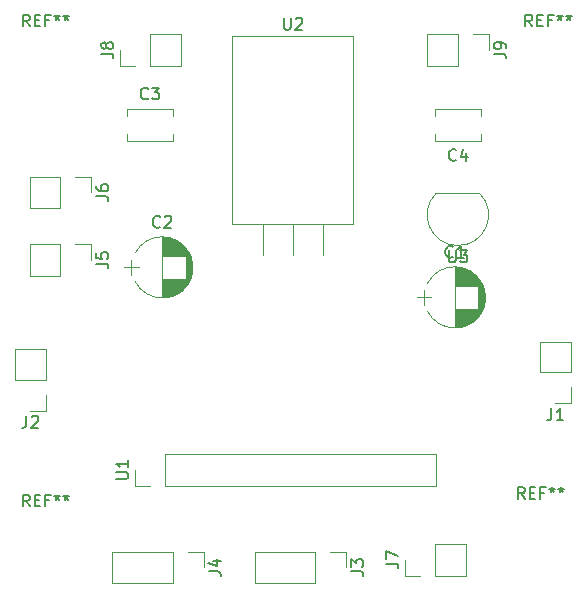
<source format=gbr>
G04 #@! TF.FileFunction,Legend,Top*
%FSLAX46Y46*%
G04 Gerber Fmt 4.6, Leading zero omitted, Abs format (unit mm)*
G04 Created by KiCad (PCBNEW 4.0.7) date 03/21/18 08:00:39*
%MOMM*%
%LPD*%
G01*
G04 APERTURE LIST*
%ADD10C,0.100000*%
%ADD11C,0.120000*%
%ADD12C,0.150000*%
G04 APERTURE END LIST*
D10*
D11*
X109855000Y-68640000D02*
X132775000Y-68640000D01*
X132775000Y-68640000D02*
X132775000Y-65980000D01*
X132775000Y-65980000D02*
X109855000Y-65980000D01*
X109855000Y-65980000D02*
X109855000Y-68640000D01*
X108585000Y-68640000D02*
X107255000Y-68640000D01*
X107255000Y-68640000D02*
X107255000Y-67310000D01*
X136655722Y-51525277D02*
G75*
G03X132044420Y-51525000I-2305722J-1179723D01*
G01*
X136655722Y-53884723D02*
G75*
G02X132044420Y-53885000I-2305722J1179723D01*
G01*
X136655722Y-53884723D02*
G75*
G03X136655580Y-51525000I-2305722J1179723D01*
G01*
X134350000Y-50155000D02*
X134350000Y-55255000D01*
X134390000Y-50155000D02*
X134390000Y-51725000D01*
X134390000Y-53685000D02*
X134390000Y-55255000D01*
X134430000Y-50156000D02*
X134430000Y-51725000D01*
X134430000Y-53685000D02*
X134430000Y-55254000D01*
X134470000Y-50157000D02*
X134470000Y-51725000D01*
X134470000Y-53685000D02*
X134470000Y-55253000D01*
X134510000Y-50159000D02*
X134510000Y-51725000D01*
X134510000Y-53685000D02*
X134510000Y-55251000D01*
X134550000Y-50162000D02*
X134550000Y-51725000D01*
X134550000Y-53685000D02*
X134550000Y-55248000D01*
X134590000Y-50166000D02*
X134590000Y-51725000D01*
X134590000Y-53685000D02*
X134590000Y-55244000D01*
X134630000Y-50170000D02*
X134630000Y-51725000D01*
X134630000Y-53685000D02*
X134630000Y-55240000D01*
X134670000Y-50174000D02*
X134670000Y-51725000D01*
X134670000Y-53685000D02*
X134670000Y-55236000D01*
X134710000Y-50180000D02*
X134710000Y-51725000D01*
X134710000Y-53685000D02*
X134710000Y-55230000D01*
X134750000Y-50186000D02*
X134750000Y-51725000D01*
X134750000Y-53685000D02*
X134750000Y-55224000D01*
X134790000Y-50192000D02*
X134790000Y-51725000D01*
X134790000Y-53685000D02*
X134790000Y-55218000D01*
X134830000Y-50199000D02*
X134830000Y-51725000D01*
X134830000Y-53685000D02*
X134830000Y-55211000D01*
X134870000Y-50207000D02*
X134870000Y-51725000D01*
X134870000Y-53685000D02*
X134870000Y-55203000D01*
X134910000Y-50216000D02*
X134910000Y-51725000D01*
X134910000Y-53685000D02*
X134910000Y-55194000D01*
X134950000Y-50225000D02*
X134950000Y-51725000D01*
X134950000Y-53685000D02*
X134950000Y-55185000D01*
X134990000Y-50235000D02*
X134990000Y-51725000D01*
X134990000Y-53685000D02*
X134990000Y-55175000D01*
X135030000Y-50245000D02*
X135030000Y-51725000D01*
X135030000Y-53685000D02*
X135030000Y-55165000D01*
X135071000Y-50257000D02*
X135071000Y-51725000D01*
X135071000Y-53685000D02*
X135071000Y-55153000D01*
X135111000Y-50269000D02*
X135111000Y-51725000D01*
X135111000Y-53685000D02*
X135111000Y-55141000D01*
X135151000Y-50281000D02*
X135151000Y-51725000D01*
X135151000Y-53685000D02*
X135151000Y-55129000D01*
X135191000Y-50295000D02*
X135191000Y-51725000D01*
X135191000Y-53685000D02*
X135191000Y-55115000D01*
X135231000Y-50309000D02*
X135231000Y-51725000D01*
X135231000Y-53685000D02*
X135231000Y-55101000D01*
X135271000Y-50323000D02*
X135271000Y-51725000D01*
X135271000Y-53685000D02*
X135271000Y-55087000D01*
X135311000Y-50339000D02*
X135311000Y-51725000D01*
X135311000Y-53685000D02*
X135311000Y-55071000D01*
X135351000Y-50355000D02*
X135351000Y-51725000D01*
X135351000Y-53685000D02*
X135351000Y-55055000D01*
X135391000Y-50372000D02*
X135391000Y-51725000D01*
X135391000Y-53685000D02*
X135391000Y-55038000D01*
X135431000Y-50390000D02*
X135431000Y-51725000D01*
X135431000Y-53685000D02*
X135431000Y-55020000D01*
X135471000Y-50409000D02*
X135471000Y-51725000D01*
X135471000Y-53685000D02*
X135471000Y-55001000D01*
X135511000Y-50429000D02*
X135511000Y-51725000D01*
X135511000Y-53685000D02*
X135511000Y-54981000D01*
X135551000Y-50449000D02*
X135551000Y-51725000D01*
X135551000Y-53685000D02*
X135551000Y-54961000D01*
X135591000Y-50471000D02*
X135591000Y-51725000D01*
X135591000Y-53685000D02*
X135591000Y-54939000D01*
X135631000Y-50493000D02*
X135631000Y-51725000D01*
X135631000Y-53685000D02*
X135631000Y-54917000D01*
X135671000Y-50516000D02*
X135671000Y-51725000D01*
X135671000Y-53685000D02*
X135671000Y-54894000D01*
X135711000Y-50540000D02*
X135711000Y-51725000D01*
X135711000Y-53685000D02*
X135711000Y-54870000D01*
X135751000Y-50565000D02*
X135751000Y-51725000D01*
X135751000Y-53685000D02*
X135751000Y-54845000D01*
X135791000Y-50592000D02*
X135791000Y-51725000D01*
X135791000Y-53685000D02*
X135791000Y-54818000D01*
X135831000Y-50619000D02*
X135831000Y-51725000D01*
X135831000Y-53685000D02*
X135831000Y-54791000D01*
X135871000Y-50647000D02*
X135871000Y-51725000D01*
X135871000Y-53685000D02*
X135871000Y-54763000D01*
X135911000Y-50677000D02*
X135911000Y-51725000D01*
X135911000Y-53685000D02*
X135911000Y-54733000D01*
X135951000Y-50708000D02*
X135951000Y-51725000D01*
X135951000Y-53685000D02*
X135951000Y-54702000D01*
X135991000Y-50740000D02*
X135991000Y-51725000D01*
X135991000Y-53685000D02*
X135991000Y-54670000D01*
X136031000Y-50773000D02*
X136031000Y-51725000D01*
X136031000Y-53685000D02*
X136031000Y-54637000D01*
X136071000Y-50808000D02*
X136071000Y-51725000D01*
X136071000Y-53685000D02*
X136071000Y-54602000D01*
X136111000Y-50844000D02*
X136111000Y-51725000D01*
X136111000Y-53685000D02*
X136111000Y-54566000D01*
X136151000Y-50882000D02*
X136151000Y-51725000D01*
X136151000Y-53685000D02*
X136151000Y-54528000D01*
X136191000Y-50922000D02*
X136191000Y-51725000D01*
X136191000Y-53685000D02*
X136191000Y-54488000D01*
X136231000Y-50963000D02*
X136231000Y-51725000D01*
X136231000Y-53685000D02*
X136231000Y-54447000D01*
X136271000Y-51006000D02*
X136271000Y-51725000D01*
X136271000Y-53685000D02*
X136271000Y-54404000D01*
X136311000Y-51051000D02*
X136311000Y-51725000D01*
X136311000Y-53685000D02*
X136311000Y-54359000D01*
X136351000Y-51099000D02*
X136351000Y-54311000D01*
X136391000Y-51149000D02*
X136391000Y-54261000D01*
X136431000Y-51201000D02*
X136431000Y-54209000D01*
X136471000Y-51257000D02*
X136471000Y-54153000D01*
X136511000Y-51315000D02*
X136511000Y-54095000D01*
X136551000Y-51378000D02*
X136551000Y-54032000D01*
X136591000Y-51444000D02*
X136591000Y-53966000D01*
X136631000Y-51516000D02*
X136631000Y-53894000D01*
X136671000Y-51593000D02*
X136671000Y-53817000D01*
X136711000Y-51677000D02*
X136711000Y-53733000D01*
X136751000Y-51771000D02*
X136751000Y-53639000D01*
X136791000Y-51876000D02*
X136791000Y-53534000D01*
X136831000Y-51998000D02*
X136831000Y-53412000D01*
X136871000Y-52146000D02*
X136871000Y-53264000D01*
X136911000Y-52351000D02*
X136911000Y-53059000D01*
X131150000Y-52705000D02*
X132350000Y-52705000D01*
X131750000Y-52055000D02*
X131750000Y-53355000D01*
X111890722Y-48985277D02*
G75*
G03X107279420Y-48985000I-2305722J-1179723D01*
G01*
X111890722Y-51344723D02*
G75*
G02X107279420Y-51345000I-2305722J1179723D01*
G01*
X111890722Y-51344723D02*
G75*
G03X111890580Y-48985000I-2305722J1179723D01*
G01*
X109585000Y-47615000D02*
X109585000Y-52715000D01*
X109625000Y-47615000D02*
X109625000Y-49185000D01*
X109625000Y-51145000D02*
X109625000Y-52715000D01*
X109665000Y-47616000D02*
X109665000Y-49185000D01*
X109665000Y-51145000D02*
X109665000Y-52714000D01*
X109705000Y-47617000D02*
X109705000Y-49185000D01*
X109705000Y-51145000D02*
X109705000Y-52713000D01*
X109745000Y-47619000D02*
X109745000Y-49185000D01*
X109745000Y-51145000D02*
X109745000Y-52711000D01*
X109785000Y-47622000D02*
X109785000Y-49185000D01*
X109785000Y-51145000D02*
X109785000Y-52708000D01*
X109825000Y-47626000D02*
X109825000Y-49185000D01*
X109825000Y-51145000D02*
X109825000Y-52704000D01*
X109865000Y-47630000D02*
X109865000Y-49185000D01*
X109865000Y-51145000D02*
X109865000Y-52700000D01*
X109905000Y-47634000D02*
X109905000Y-49185000D01*
X109905000Y-51145000D02*
X109905000Y-52696000D01*
X109945000Y-47640000D02*
X109945000Y-49185000D01*
X109945000Y-51145000D02*
X109945000Y-52690000D01*
X109985000Y-47646000D02*
X109985000Y-49185000D01*
X109985000Y-51145000D02*
X109985000Y-52684000D01*
X110025000Y-47652000D02*
X110025000Y-49185000D01*
X110025000Y-51145000D02*
X110025000Y-52678000D01*
X110065000Y-47659000D02*
X110065000Y-49185000D01*
X110065000Y-51145000D02*
X110065000Y-52671000D01*
X110105000Y-47667000D02*
X110105000Y-49185000D01*
X110105000Y-51145000D02*
X110105000Y-52663000D01*
X110145000Y-47676000D02*
X110145000Y-49185000D01*
X110145000Y-51145000D02*
X110145000Y-52654000D01*
X110185000Y-47685000D02*
X110185000Y-49185000D01*
X110185000Y-51145000D02*
X110185000Y-52645000D01*
X110225000Y-47695000D02*
X110225000Y-49185000D01*
X110225000Y-51145000D02*
X110225000Y-52635000D01*
X110265000Y-47705000D02*
X110265000Y-49185000D01*
X110265000Y-51145000D02*
X110265000Y-52625000D01*
X110306000Y-47717000D02*
X110306000Y-49185000D01*
X110306000Y-51145000D02*
X110306000Y-52613000D01*
X110346000Y-47729000D02*
X110346000Y-49185000D01*
X110346000Y-51145000D02*
X110346000Y-52601000D01*
X110386000Y-47741000D02*
X110386000Y-49185000D01*
X110386000Y-51145000D02*
X110386000Y-52589000D01*
X110426000Y-47755000D02*
X110426000Y-49185000D01*
X110426000Y-51145000D02*
X110426000Y-52575000D01*
X110466000Y-47769000D02*
X110466000Y-49185000D01*
X110466000Y-51145000D02*
X110466000Y-52561000D01*
X110506000Y-47783000D02*
X110506000Y-49185000D01*
X110506000Y-51145000D02*
X110506000Y-52547000D01*
X110546000Y-47799000D02*
X110546000Y-49185000D01*
X110546000Y-51145000D02*
X110546000Y-52531000D01*
X110586000Y-47815000D02*
X110586000Y-49185000D01*
X110586000Y-51145000D02*
X110586000Y-52515000D01*
X110626000Y-47832000D02*
X110626000Y-49185000D01*
X110626000Y-51145000D02*
X110626000Y-52498000D01*
X110666000Y-47850000D02*
X110666000Y-49185000D01*
X110666000Y-51145000D02*
X110666000Y-52480000D01*
X110706000Y-47869000D02*
X110706000Y-49185000D01*
X110706000Y-51145000D02*
X110706000Y-52461000D01*
X110746000Y-47889000D02*
X110746000Y-49185000D01*
X110746000Y-51145000D02*
X110746000Y-52441000D01*
X110786000Y-47909000D02*
X110786000Y-49185000D01*
X110786000Y-51145000D02*
X110786000Y-52421000D01*
X110826000Y-47931000D02*
X110826000Y-49185000D01*
X110826000Y-51145000D02*
X110826000Y-52399000D01*
X110866000Y-47953000D02*
X110866000Y-49185000D01*
X110866000Y-51145000D02*
X110866000Y-52377000D01*
X110906000Y-47976000D02*
X110906000Y-49185000D01*
X110906000Y-51145000D02*
X110906000Y-52354000D01*
X110946000Y-48000000D02*
X110946000Y-49185000D01*
X110946000Y-51145000D02*
X110946000Y-52330000D01*
X110986000Y-48025000D02*
X110986000Y-49185000D01*
X110986000Y-51145000D02*
X110986000Y-52305000D01*
X111026000Y-48052000D02*
X111026000Y-49185000D01*
X111026000Y-51145000D02*
X111026000Y-52278000D01*
X111066000Y-48079000D02*
X111066000Y-49185000D01*
X111066000Y-51145000D02*
X111066000Y-52251000D01*
X111106000Y-48107000D02*
X111106000Y-49185000D01*
X111106000Y-51145000D02*
X111106000Y-52223000D01*
X111146000Y-48137000D02*
X111146000Y-49185000D01*
X111146000Y-51145000D02*
X111146000Y-52193000D01*
X111186000Y-48168000D02*
X111186000Y-49185000D01*
X111186000Y-51145000D02*
X111186000Y-52162000D01*
X111226000Y-48200000D02*
X111226000Y-49185000D01*
X111226000Y-51145000D02*
X111226000Y-52130000D01*
X111266000Y-48233000D02*
X111266000Y-49185000D01*
X111266000Y-51145000D02*
X111266000Y-52097000D01*
X111306000Y-48268000D02*
X111306000Y-49185000D01*
X111306000Y-51145000D02*
X111306000Y-52062000D01*
X111346000Y-48304000D02*
X111346000Y-49185000D01*
X111346000Y-51145000D02*
X111346000Y-52026000D01*
X111386000Y-48342000D02*
X111386000Y-49185000D01*
X111386000Y-51145000D02*
X111386000Y-51988000D01*
X111426000Y-48382000D02*
X111426000Y-49185000D01*
X111426000Y-51145000D02*
X111426000Y-51948000D01*
X111466000Y-48423000D02*
X111466000Y-49185000D01*
X111466000Y-51145000D02*
X111466000Y-51907000D01*
X111506000Y-48466000D02*
X111506000Y-49185000D01*
X111506000Y-51145000D02*
X111506000Y-51864000D01*
X111546000Y-48511000D02*
X111546000Y-49185000D01*
X111546000Y-51145000D02*
X111546000Y-51819000D01*
X111586000Y-48559000D02*
X111586000Y-51771000D01*
X111626000Y-48609000D02*
X111626000Y-51721000D01*
X111666000Y-48661000D02*
X111666000Y-51669000D01*
X111706000Y-48717000D02*
X111706000Y-51613000D01*
X111746000Y-48775000D02*
X111746000Y-51555000D01*
X111786000Y-48838000D02*
X111786000Y-51492000D01*
X111826000Y-48904000D02*
X111826000Y-51426000D01*
X111866000Y-48976000D02*
X111866000Y-51354000D01*
X111906000Y-49053000D02*
X111906000Y-51277000D01*
X111946000Y-49137000D02*
X111946000Y-51193000D01*
X111986000Y-49231000D02*
X111986000Y-51099000D01*
X112026000Y-49336000D02*
X112026000Y-50994000D01*
X112066000Y-49458000D02*
X112066000Y-50872000D01*
X112106000Y-49606000D02*
X112106000Y-50724000D01*
X112146000Y-49811000D02*
X112146000Y-50519000D01*
X106385000Y-50165000D02*
X107585000Y-50165000D01*
X106985000Y-49515000D02*
X106985000Y-50815000D01*
X106605000Y-36740000D02*
X110525000Y-36740000D01*
X106605000Y-39460000D02*
X110525000Y-39460000D01*
X106605000Y-36740000D02*
X106605000Y-37350000D01*
X106605000Y-38850000D02*
X106605000Y-39460000D01*
X110525000Y-36740000D02*
X110525000Y-37350000D01*
X110525000Y-38850000D02*
X110525000Y-39460000D01*
X136600000Y-39460000D02*
X132680000Y-39460000D01*
X136600000Y-36740000D02*
X132680000Y-36740000D01*
X136600000Y-39460000D02*
X136600000Y-38850000D01*
X136600000Y-37350000D02*
X136600000Y-36740000D01*
X132680000Y-39460000D02*
X132680000Y-38850000D01*
X132680000Y-37350000D02*
X132680000Y-36740000D01*
X144205000Y-56455000D02*
X141545000Y-56455000D01*
X144205000Y-59055000D02*
X144205000Y-56455000D01*
X141545000Y-59055000D02*
X141545000Y-56455000D01*
X144205000Y-59055000D02*
X141545000Y-59055000D01*
X144205000Y-60325000D02*
X144205000Y-61655000D01*
X144205000Y-61655000D02*
X142875000Y-61655000D01*
X99755000Y-57090000D02*
X97095000Y-57090000D01*
X99755000Y-59690000D02*
X99755000Y-57090000D01*
X97095000Y-59690000D02*
X97095000Y-57090000D01*
X99755000Y-59690000D02*
X97095000Y-59690000D01*
X99755000Y-60960000D02*
X99755000Y-62290000D01*
X99755000Y-62290000D02*
X98425000Y-62290000D01*
X117415000Y-74235000D02*
X117415000Y-76895000D01*
X122555000Y-74235000D02*
X117415000Y-74235000D01*
X122555000Y-76895000D02*
X117415000Y-76895000D01*
X122555000Y-74235000D02*
X122555000Y-76895000D01*
X123825000Y-74235000D02*
X125155000Y-74235000D01*
X125155000Y-74235000D02*
X125155000Y-75565000D01*
X105350000Y-74235000D02*
X105350000Y-76895000D01*
X110490000Y-74235000D02*
X105350000Y-74235000D01*
X110490000Y-76895000D02*
X105350000Y-76895000D01*
X110490000Y-74235000D02*
X110490000Y-76895000D01*
X111760000Y-74235000D02*
X113090000Y-74235000D01*
X113090000Y-74235000D02*
X113090000Y-75565000D01*
X98365000Y-48200000D02*
X98365000Y-50860000D01*
X100965000Y-48200000D02*
X98365000Y-48200000D01*
X100965000Y-50860000D02*
X98365000Y-50860000D01*
X100965000Y-48200000D02*
X100965000Y-50860000D01*
X102235000Y-48200000D02*
X103565000Y-48200000D01*
X103565000Y-48200000D02*
X103565000Y-49530000D01*
X98365000Y-42485000D02*
X98365000Y-45145000D01*
X100965000Y-42485000D02*
X98365000Y-42485000D01*
X100965000Y-45145000D02*
X98365000Y-45145000D01*
X100965000Y-42485000D02*
X100965000Y-45145000D01*
X102235000Y-42485000D02*
X103565000Y-42485000D01*
X103565000Y-42485000D02*
X103565000Y-43815000D01*
X135315000Y-76260000D02*
X135315000Y-73600000D01*
X132715000Y-76260000D02*
X135315000Y-76260000D01*
X132715000Y-73600000D02*
X135315000Y-73600000D01*
X132715000Y-76260000D02*
X132715000Y-73600000D01*
X131445000Y-76260000D02*
X130115000Y-76260000D01*
X130115000Y-76260000D02*
X130115000Y-74930000D01*
X111185000Y-33080000D02*
X111185000Y-30420000D01*
X108585000Y-33080000D02*
X111185000Y-33080000D01*
X108585000Y-30420000D02*
X111185000Y-30420000D01*
X108585000Y-33080000D02*
X108585000Y-30420000D01*
X107315000Y-33080000D02*
X105985000Y-33080000D01*
X105985000Y-33080000D02*
X105985000Y-31750000D01*
X132020000Y-30420000D02*
X132020000Y-33080000D01*
X134620000Y-30420000D02*
X132020000Y-30420000D01*
X134620000Y-33080000D02*
X132020000Y-33080000D01*
X134620000Y-30420000D02*
X134620000Y-33080000D01*
X135890000Y-30420000D02*
X137220000Y-30420000D01*
X137220000Y-30420000D02*
X137220000Y-31750000D01*
X115530000Y-46475000D02*
X125770000Y-46475000D01*
X115530000Y-30585000D02*
X125770000Y-30585000D01*
X115530000Y-30585000D02*
X115530000Y-46475000D01*
X125770000Y-30585000D02*
X125770000Y-46475000D01*
X118110000Y-46475000D02*
X118110000Y-49115000D01*
X120650000Y-46475000D02*
X120650000Y-49099000D01*
X123190000Y-46475000D02*
X123190000Y-49099000D01*
X136420000Y-43870000D02*
X132820000Y-43870000D01*
X136458478Y-43881522D02*
G75*
G02X134620000Y-48320000I-1838478J-1838478D01*
G01*
X132781522Y-43881522D02*
G75*
G03X134620000Y-48320000I1838478J-1838478D01*
G01*
D12*
X105707381Y-68071905D02*
X106516905Y-68071905D01*
X106612143Y-68024286D01*
X106659762Y-67976667D01*
X106707381Y-67881429D01*
X106707381Y-67690952D01*
X106659762Y-67595714D01*
X106612143Y-67548095D01*
X106516905Y-67500476D01*
X105707381Y-67500476D01*
X106707381Y-66500476D02*
X106707381Y-67071905D01*
X106707381Y-66786191D02*
X105707381Y-66786191D01*
X105850238Y-66881429D01*
X105945476Y-66976667D01*
X105993095Y-67071905D01*
X134183334Y-49252143D02*
X134135715Y-49299762D01*
X133992858Y-49347381D01*
X133897620Y-49347381D01*
X133754762Y-49299762D01*
X133659524Y-49204524D01*
X133611905Y-49109286D01*
X133564286Y-48918810D01*
X133564286Y-48775952D01*
X133611905Y-48585476D01*
X133659524Y-48490238D01*
X133754762Y-48395000D01*
X133897620Y-48347381D01*
X133992858Y-48347381D01*
X134135715Y-48395000D01*
X134183334Y-48442619D01*
X135135715Y-49347381D02*
X134564286Y-49347381D01*
X134850000Y-49347381D02*
X134850000Y-48347381D01*
X134754762Y-48490238D01*
X134659524Y-48585476D01*
X134564286Y-48633095D01*
X109418334Y-46712143D02*
X109370715Y-46759762D01*
X109227858Y-46807381D01*
X109132620Y-46807381D01*
X108989762Y-46759762D01*
X108894524Y-46664524D01*
X108846905Y-46569286D01*
X108799286Y-46378810D01*
X108799286Y-46235952D01*
X108846905Y-46045476D01*
X108894524Y-45950238D01*
X108989762Y-45855000D01*
X109132620Y-45807381D01*
X109227858Y-45807381D01*
X109370715Y-45855000D01*
X109418334Y-45902619D01*
X109799286Y-45902619D02*
X109846905Y-45855000D01*
X109942143Y-45807381D01*
X110180239Y-45807381D01*
X110275477Y-45855000D01*
X110323096Y-45902619D01*
X110370715Y-45997857D01*
X110370715Y-46093095D01*
X110323096Y-46235952D01*
X109751667Y-46807381D01*
X110370715Y-46807381D01*
X108398334Y-35847143D02*
X108350715Y-35894762D01*
X108207858Y-35942381D01*
X108112620Y-35942381D01*
X107969762Y-35894762D01*
X107874524Y-35799524D01*
X107826905Y-35704286D01*
X107779286Y-35513810D01*
X107779286Y-35370952D01*
X107826905Y-35180476D01*
X107874524Y-35085238D01*
X107969762Y-34990000D01*
X108112620Y-34942381D01*
X108207858Y-34942381D01*
X108350715Y-34990000D01*
X108398334Y-35037619D01*
X108731667Y-34942381D02*
X109350715Y-34942381D01*
X109017381Y-35323333D01*
X109160239Y-35323333D01*
X109255477Y-35370952D01*
X109303096Y-35418571D01*
X109350715Y-35513810D01*
X109350715Y-35751905D01*
X109303096Y-35847143D01*
X109255477Y-35894762D01*
X109160239Y-35942381D01*
X108874524Y-35942381D01*
X108779286Y-35894762D01*
X108731667Y-35847143D01*
X134473334Y-41067143D02*
X134425715Y-41114762D01*
X134282858Y-41162381D01*
X134187620Y-41162381D01*
X134044762Y-41114762D01*
X133949524Y-41019524D01*
X133901905Y-40924286D01*
X133854286Y-40733810D01*
X133854286Y-40590952D01*
X133901905Y-40400476D01*
X133949524Y-40305238D01*
X134044762Y-40210000D01*
X134187620Y-40162381D01*
X134282858Y-40162381D01*
X134425715Y-40210000D01*
X134473334Y-40257619D01*
X135330477Y-40495714D02*
X135330477Y-41162381D01*
X135092381Y-40114762D02*
X134854286Y-40829048D01*
X135473334Y-40829048D01*
X142541667Y-62107381D02*
X142541667Y-62821667D01*
X142494047Y-62964524D01*
X142398809Y-63059762D01*
X142255952Y-63107381D01*
X142160714Y-63107381D01*
X143541667Y-63107381D02*
X142970238Y-63107381D01*
X143255952Y-63107381D02*
X143255952Y-62107381D01*
X143160714Y-62250238D01*
X143065476Y-62345476D01*
X142970238Y-62393095D01*
X98091667Y-62742381D02*
X98091667Y-63456667D01*
X98044047Y-63599524D01*
X97948809Y-63694762D01*
X97805952Y-63742381D01*
X97710714Y-63742381D01*
X98520238Y-62837619D02*
X98567857Y-62790000D01*
X98663095Y-62742381D01*
X98901191Y-62742381D01*
X98996429Y-62790000D01*
X99044048Y-62837619D01*
X99091667Y-62932857D01*
X99091667Y-63028095D01*
X99044048Y-63170952D01*
X98472619Y-63742381D01*
X99091667Y-63742381D01*
X125607381Y-75898333D02*
X126321667Y-75898333D01*
X126464524Y-75945953D01*
X126559762Y-76041191D01*
X126607381Y-76184048D01*
X126607381Y-76279286D01*
X125607381Y-75517381D02*
X125607381Y-74898333D01*
X125988333Y-75231667D01*
X125988333Y-75088809D01*
X126035952Y-74993571D01*
X126083571Y-74945952D01*
X126178810Y-74898333D01*
X126416905Y-74898333D01*
X126512143Y-74945952D01*
X126559762Y-74993571D01*
X126607381Y-75088809D01*
X126607381Y-75374524D01*
X126559762Y-75469762D01*
X126512143Y-75517381D01*
X113542381Y-75898333D02*
X114256667Y-75898333D01*
X114399524Y-75945953D01*
X114494762Y-76041191D01*
X114542381Y-76184048D01*
X114542381Y-76279286D01*
X113875714Y-74993571D02*
X114542381Y-74993571D01*
X113494762Y-75231667D02*
X114209048Y-75469762D01*
X114209048Y-74850714D01*
X104017381Y-49863333D02*
X104731667Y-49863333D01*
X104874524Y-49910953D01*
X104969762Y-50006191D01*
X105017381Y-50149048D01*
X105017381Y-50244286D01*
X104017381Y-48910952D02*
X104017381Y-49387143D01*
X104493571Y-49434762D01*
X104445952Y-49387143D01*
X104398333Y-49291905D01*
X104398333Y-49053809D01*
X104445952Y-48958571D01*
X104493571Y-48910952D01*
X104588810Y-48863333D01*
X104826905Y-48863333D01*
X104922143Y-48910952D01*
X104969762Y-48958571D01*
X105017381Y-49053809D01*
X105017381Y-49291905D01*
X104969762Y-49387143D01*
X104922143Y-49434762D01*
X104017381Y-44148333D02*
X104731667Y-44148333D01*
X104874524Y-44195953D01*
X104969762Y-44291191D01*
X105017381Y-44434048D01*
X105017381Y-44529286D01*
X104017381Y-43243571D02*
X104017381Y-43434048D01*
X104065000Y-43529286D01*
X104112619Y-43576905D01*
X104255476Y-43672143D01*
X104445952Y-43719762D01*
X104826905Y-43719762D01*
X104922143Y-43672143D01*
X104969762Y-43624524D01*
X105017381Y-43529286D01*
X105017381Y-43338809D01*
X104969762Y-43243571D01*
X104922143Y-43195952D01*
X104826905Y-43148333D01*
X104588810Y-43148333D01*
X104493571Y-43195952D01*
X104445952Y-43243571D01*
X104398333Y-43338809D01*
X104398333Y-43529286D01*
X104445952Y-43624524D01*
X104493571Y-43672143D01*
X104588810Y-43719762D01*
X128567381Y-75263333D02*
X129281667Y-75263333D01*
X129424524Y-75310953D01*
X129519762Y-75406191D01*
X129567381Y-75549048D01*
X129567381Y-75644286D01*
X128567381Y-74882381D02*
X128567381Y-74215714D01*
X129567381Y-74644286D01*
X104437381Y-32083333D02*
X105151667Y-32083333D01*
X105294524Y-32130953D01*
X105389762Y-32226191D01*
X105437381Y-32369048D01*
X105437381Y-32464286D01*
X104865952Y-31464286D02*
X104818333Y-31559524D01*
X104770714Y-31607143D01*
X104675476Y-31654762D01*
X104627857Y-31654762D01*
X104532619Y-31607143D01*
X104485000Y-31559524D01*
X104437381Y-31464286D01*
X104437381Y-31273809D01*
X104485000Y-31178571D01*
X104532619Y-31130952D01*
X104627857Y-31083333D01*
X104675476Y-31083333D01*
X104770714Y-31130952D01*
X104818333Y-31178571D01*
X104865952Y-31273809D01*
X104865952Y-31464286D01*
X104913571Y-31559524D01*
X104961190Y-31607143D01*
X105056429Y-31654762D01*
X105246905Y-31654762D01*
X105342143Y-31607143D01*
X105389762Y-31559524D01*
X105437381Y-31464286D01*
X105437381Y-31273809D01*
X105389762Y-31178571D01*
X105342143Y-31130952D01*
X105246905Y-31083333D01*
X105056429Y-31083333D01*
X104961190Y-31130952D01*
X104913571Y-31178571D01*
X104865952Y-31273809D01*
X137672381Y-32083333D02*
X138386667Y-32083333D01*
X138529524Y-32130953D01*
X138624762Y-32226191D01*
X138672381Y-32369048D01*
X138672381Y-32464286D01*
X138672381Y-31559524D02*
X138672381Y-31369048D01*
X138624762Y-31273809D01*
X138577143Y-31226190D01*
X138434286Y-31130952D01*
X138243810Y-31083333D01*
X137862857Y-31083333D01*
X137767619Y-31130952D01*
X137720000Y-31178571D01*
X137672381Y-31273809D01*
X137672381Y-31464286D01*
X137720000Y-31559524D01*
X137767619Y-31607143D01*
X137862857Y-31654762D01*
X138100952Y-31654762D01*
X138196190Y-31607143D01*
X138243810Y-31559524D01*
X138291429Y-31464286D01*
X138291429Y-31273809D01*
X138243810Y-31178571D01*
X138196190Y-31130952D01*
X138100952Y-31083333D01*
X119888095Y-29037381D02*
X119888095Y-29846905D01*
X119935714Y-29942143D01*
X119983333Y-29989762D01*
X120078571Y-30037381D01*
X120269048Y-30037381D01*
X120364286Y-29989762D01*
X120411905Y-29942143D01*
X120459524Y-29846905D01*
X120459524Y-29037381D01*
X120888095Y-29132619D02*
X120935714Y-29085000D01*
X121030952Y-29037381D01*
X121269048Y-29037381D01*
X121364286Y-29085000D01*
X121411905Y-29132619D01*
X121459524Y-29227857D01*
X121459524Y-29323095D01*
X121411905Y-29465952D01*
X120840476Y-30037381D01*
X121459524Y-30037381D01*
X133858095Y-48732381D02*
X133858095Y-49541905D01*
X133905714Y-49637143D01*
X133953333Y-49684762D01*
X134048571Y-49732381D01*
X134239048Y-49732381D01*
X134334286Y-49684762D01*
X134381905Y-49637143D01*
X134429524Y-49541905D01*
X134429524Y-48732381D01*
X134810476Y-48732381D02*
X135429524Y-48732381D01*
X135096190Y-49113333D01*
X135239048Y-49113333D01*
X135334286Y-49160952D01*
X135381905Y-49208571D01*
X135429524Y-49303810D01*
X135429524Y-49541905D01*
X135381905Y-49637143D01*
X135334286Y-49684762D01*
X135239048Y-49732381D01*
X134953333Y-49732381D01*
X134858095Y-49684762D01*
X134810476Y-49637143D01*
X140906667Y-29772381D02*
X140573333Y-29296190D01*
X140335238Y-29772381D02*
X140335238Y-28772381D01*
X140716191Y-28772381D01*
X140811429Y-28820000D01*
X140859048Y-28867619D01*
X140906667Y-28962857D01*
X140906667Y-29105714D01*
X140859048Y-29200952D01*
X140811429Y-29248571D01*
X140716191Y-29296190D01*
X140335238Y-29296190D01*
X141335238Y-29248571D02*
X141668572Y-29248571D01*
X141811429Y-29772381D02*
X141335238Y-29772381D01*
X141335238Y-28772381D01*
X141811429Y-28772381D01*
X142573334Y-29248571D02*
X142240000Y-29248571D01*
X142240000Y-29772381D02*
X142240000Y-28772381D01*
X142716191Y-28772381D01*
X143240000Y-28772381D02*
X143240000Y-29010476D01*
X143001905Y-28915238D02*
X143240000Y-29010476D01*
X143478096Y-28915238D01*
X143097143Y-29200952D02*
X143240000Y-29010476D01*
X143382858Y-29200952D01*
X144001905Y-28772381D02*
X144001905Y-29010476D01*
X143763810Y-28915238D02*
X144001905Y-29010476D01*
X144240001Y-28915238D01*
X143859048Y-29200952D02*
X144001905Y-29010476D01*
X144144763Y-29200952D01*
X98361667Y-29772381D02*
X98028333Y-29296190D01*
X97790238Y-29772381D02*
X97790238Y-28772381D01*
X98171191Y-28772381D01*
X98266429Y-28820000D01*
X98314048Y-28867619D01*
X98361667Y-28962857D01*
X98361667Y-29105714D01*
X98314048Y-29200952D01*
X98266429Y-29248571D01*
X98171191Y-29296190D01*
X97790238Y-29296190D01*
X98790238Y-29248571D02*
X99123572Y-29248571D01*
X99266429Y-29772381D02*
X98790238Y-29772381D01*
X98790238Y-28772381D01*
X99266429Y-28772381D01*
X100028334Y-29248571D02*
X99695000Y-29248571D01*
X99695000Y-29772381D02*
X99695000Y-28772381D01*
X100171191Y-28772381D01*
X100695000Y-28772381D02*
X100695000Y-29010476D01*
X100456905Y-28915238D02*
X100695000Y-29010476D01*
X100933096Y-28915238D01*
X100552143Y-29200952D02*
X100695000Y-29010476D01*
X100837858Y-29200952D01*
X101456905Y-28772381D02*
X101456905Y-29010476D01*
X101218810Y-28915238D02*
X101456905Y-29010476D01*
X101695001Y-28915238D01*
X101314048Y-29200952D02*
X101456905Y-29010476D01*
X101599763Y-29200952D01*
X98361667Y-70412381D02*
X98028333Y-69936190D01*
X97790238Y-70412381D02*
X97790238Y-69412381D01*
X98171191Y-69412381D01*
X98266429Y-69460000D01*
X98314048Y-69507619D01*
X98361667Y-69602857D01*
X98361667Y-69745714D01*
X98314048Y-69840952D01*
X98266429Y-69888571D01*
X98171191Y-69936190D01*
X97790238Y-69936190D01*
X98790238Y-69888571D02*
X99123572Y-69888571D01*
X99266429Y-70412381D02*
X98790238Y-70412381D01*
X98790238Y-69412381D01*
X99266429Y-69412381D01*
X100028334Y-69888571D02*
X99695000Y-69888571D01*
X99695000Y-70412381D02*
X99695000Y-69412381D01*
X100171191Y-69412381D01*
X100695000Y-69412381D02*
X100695000Y-69650476D01*
X100456905Y-69555238D02*
X100695000Y-69650476D01*
X100933096Y-69555238D01*
X100552143Y-69840952D02*
X100695000Y-69650476D01*
X100837858Y-69840952D01*
X101456905Y-69412381D02*
X101456905Y-69650476D01*
X101218810Y-69555238D02*
X101456905Y-69650476D01*
X101695001Y-69555238D01*
X101314048Y-69840952D02*
X101456905Y-69650476D01*
X101599763Y-69840952D01*
X140271667Y-69777381D02*
X139938333Y-69301190D01*
X139700238Y-69777381D02*
X139700238Y-68777381D01*
X140081191Y-68777381D01*
X140176429Y-68825000D01*
X140224048Y-68872619D01*
X140271667Y-68967857D01*
X140271667Y-69110714D01*
X140224048Y-69205952D01*
X140176429Y-69253571D01*
X140081191Y-69301190D01*
X139700238Y-69301190D01*
X140700238Y-69253571D02*
X141033572Y-69253571D01*
X141176429Y-69777381D02*
X140700238Y-69777381D01*
X140700238Y-68777381D01*
X141176429Y-68777381D01*
X141938334Y-69253571D02*
X141605000Y-69253571D01*
X141605000Y-69777381D02*
X141605000Y-68777381D01*
X142081191Y-68777381D01*
X142605000Y-68777381D02*
X142605000Y-69015476D01*
X142366905Y-68920238D02*
X142605000Y-69015476D01*
X142843096Y-68920238D01*
X142462143Y-69205952D02*
X142605000Y-69015476D01*
X142747858Y-69205952D01*
X143366905Y-68777381D02*
X143366905Y-69015476D01*
X143128810Y-68920238D02*
X143366905Y-69015476D01*
X143605001Y-68920238D01*
X143224048Y-69205952D02*
X143366905Y-69015476D01*
X143509763Y-69205952D01*
M02*

</source>
